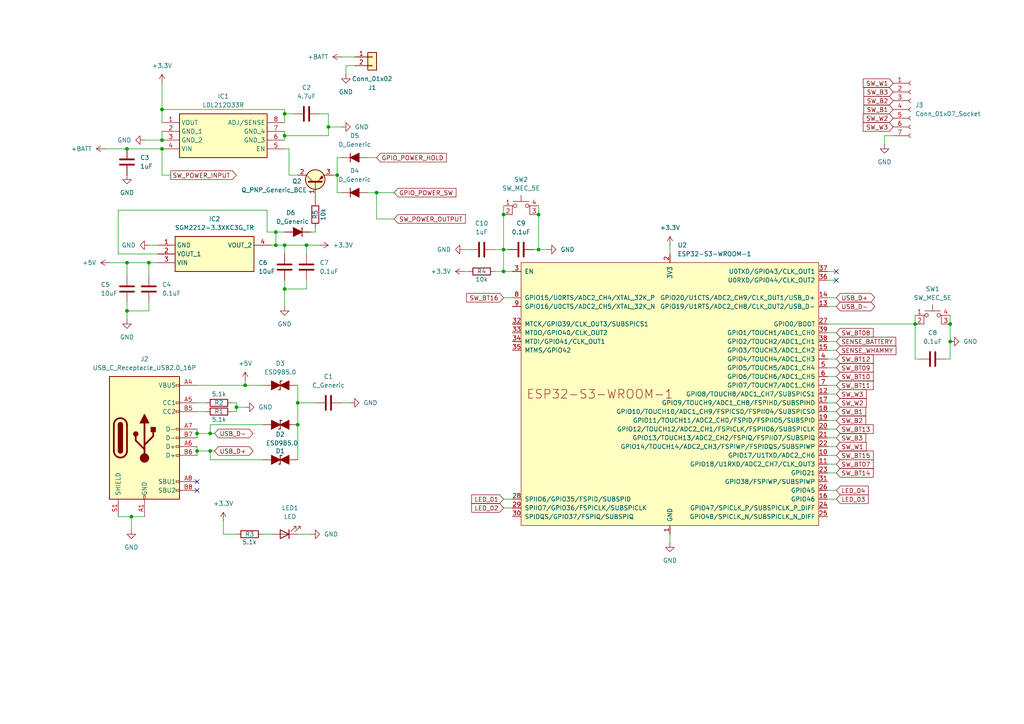
<source format=kicad_sch>
(kicad_sch (version 20231120) (generator "eeschema") (generator_version "8.0")
  (paper "A4")
  (lib_symbols
    (symbol "Battery_Management:LDL212D33R"
      (property "Reference" "IC" (at 31.75 7.62 0))
      (property "Value" "LDL212D33R" (at 31.75 5.08 0))
      (symbol "LDL212D33R_1_1"
        (rectangle (start 5.08 2.54) (end 30.48 -10.16) (stroke (width 0.254)) (fill (type background)))
        (pin passive line (at 0 0 0) (length 5.08) (name "VOUT") (number "1"))
        (pin passive line (at 0 -2.54 0) (length 5.08) (name "GND_1") (number "2"))
        (pin passive line (at 0 -5.08 0) (length 5.08) (name "GND_2") (number "3"))
        (pin passive line (at 0 -7.62 0) (length 5.08) (name "VIN") (number "4"))
        (pin passive line (at 35.56 -7.62 180) (length 5.08) (name "EN") (number "5"))
        (pin passive line (at 35.56 -5.08 180) (length 5.08) (name "GND_3") (number "6"))
        (pin passive line (at 35.56 -2.54 180) (length 5.08) (name "GND_4") (number "7"))
        (pin passive line (at 35.56 0 180) (length 5.08) (name "ADJ/SENSE") (number "8"))
      )
    )
    (symbol "Connector:Conn_01x07_Socket" (pin_names (offset 1.016) hide)
      (property "Reference" "J" (at 0 10.16 0))
      (property "Value" "Conn_01x07_Socket" (at 0 -10.16 0))
      (symbol "Conn_01x07_Socket_1_1"
        (arc (start 0 -7.112) (mid -0.5058 -7.62) (end 0 -8.128) (stroke (width 0.1524)))
        (arc (start 0 -4.572) (mid -0.5058 -5.08) (end 0 -5.588) (stroke (width 0.1524)))
        (arc (start 0 -2.032) (mid -0.5058 -2.54) (end 0 -3.048) (stroke (width 0.1524)))
        (polyline (pts (xy -1.27 -7.62) (xy -0.508 -7.62)) (stroke (width 0.1524)))
        (polyline (pts (xy -1.27 -5.08) (xy -0.508 -5.08)) (stroke (width 0.1524)))
        (polyline (pts (xy -1.27 -2.54) (xy -0.508 -2.54)) (stroke (width 0.1524)))
        (polyline (pts (xy -1.27 0) (xy -0.508 0)) (stroke (width 0.1524)))
        (polyline (pts (xy -1.27 2.54) (xy -0.508 2.54)) (stroke (width 0.1524)))
        (polyline (pts (xy -1.27 5.08) (xy -0.508 5.08)) (stroke (width 0.1524)))
        (polyline (pts (xy -1.27 7.62) (xy -0.508 7.62)) (stroke (width 0.1524)))
        (arc (start 0 0.508) (mid -0.5058 0) (end 0 -0.508) (stroke (width 0.1524)))
        (arc (start 0 3.048) (mid -0.5058 2.54) (end 0 2.032) (stroke (width 0.1524)))
        (arc (start 0 5.588) (mid -0.5058 5.08) (end 0 4.572) (stroke (width 0.1524)))
        (arc (start 0 8.128) (mid -0.5058 7.62) (end 0 7.112) (stroke (width 0.1524)))
        (pin passive line (at -5.08 7.62 0) (length 3.81) (name "Pin_1") (number "1"))
        (pin passive line (at -5.08 5.08 0) (length 3.81) (name "Pin_2") (number "2"))
        (pin passive line (at -5.08 2.54 0) (length 3.81) (name "Pin_3") (number "3"))
        (pin passive line (at -5.08 0 0) (length 3.81) (name "Pin_4") (number "4"))
        (pin passive line (at -5.08 -2.54 0) (length 3.81) (name "Pin_5") (number "5"))
        (pin passive line (at -5.08 -5.08 0) (length 3.81) (name "Pin_6") (number "6"))
        (pin passive line (at -5.08 -7.62 0) (length 3.81) (name "Pin_7") (number "7"))
      )
    )
    (symbol "Connector:USB_C_Receptacle_USB2.0_16P" (pin_names (offset 1.016))
      (property "Reference" "J" (at 0 22.225 0))
      (property "Value" "USB_C_Receptacle_USB2.0_16P" (at 0 19.685 0))
      (symbol "USB_C_Receptacle_USB2.0_16P_0_0"
        (rectangle (start -0.254 -17.78) (end 0.254 -16.764))
        (rectangle (start 10.16 -14.986) (end 9.144 -15.494))
        (rectangle (start 10.16 -12.446) (end 9.144 -12.954))
        (rectangle (start 10.16 -4.826) (end 9.144 -5.334))
        (rectangle (start 10.16 -2.286) (end 9.144 -2.794))
        (rectangle (start 10.16 0.254) (end 9.144 -0.254))
        (rectangle (start 10.16 2.794) (end 9.144 2.286))
        (rectangle (start 10.16 7.874) (end 9.144 7.366))
        (rectangle (start 10.16 10.414) (end 9.144 9.906))
        (rectangle (start 10.16 15.494) (end 9.144 14.986))
      )
      (symbol "USB_C_Receptacle_USB2.0_16P_0_1"
        (rectangle (start -10.16 17.78) (end 10.16 -17.78) (stroke (width 0.254)) (fill (type background)))
        (arc (start -8.89 -3.81) (mid -6.985 -5.7067) (end -5.08 -3.81) (stroke (width 0.508)))
        (arc (start -7.62 -3.81) (mid -6.985 -4.4423) (end -6.35 -3.81) (stroke (width 0.254)))
        (arc (start -7.62 -3.81) (mid -6.985 -4.4423) (end -6.35 -3.81) (stroke (width 0.254)) (fill (type outline)))
        (rectangle (start -7.62 -3.81) (end -6.35 3.81) (stroke (width 0.254)) (fill (type outline)))
        (arc (start -6.35 3.81) (mid -6.985 4.4423) (end -7.62 3.81) (stroke (width 0.254)))
        (arc (start -6.35 3.81) (mid -6.985 4.4423) (end -7.62 3.81) (stroke (width 0.254)) (fill (type outline)))
        (arc (start -5.08 3.81) (mid -6.985 5.7067) (end -8.89 3.81) (stroke (width 0.508)))
        (circle (center -2.54 1.143) (radius 0.635) (stroke (width 0.254)) (fill (type outline)))
        (circle (center 0 -5.842) (radius 1.27) (fill (type outline)))
        (polyline (pts (xy -8.89 -3.81) (xy -8.89 3.81)) (stroke (width 0.508)))
        (polyline (pts (xy -5.08 3.81) (xy -5.08 -3.81)) (stroke (width 0.508)))
        (polyline (pts (xy 0 -5.842) (xy 0 4.318)) (stroke (width 0.508)))
        (polyline (pts (xy 0 -3.302) (xy -2.54 -0.762) (xy -2.54 0.508)) (stroke (width 0.508)))
        (polyline (pts (xy 0 -2.032) (xy 2.54 0.508) (xy 2.54 1.778)) (stroke (width 0.508)))
        (polyline (pts (xy -1.27 4.318) (xy 0 6.858) (xy 1.27 4.318) (xy -1.27 4.318)) (stroke (width 0.254)) (fill (type outline)))
        (rectangle (start 1.905 1.778) (end 3.175 3.048) (stroke (width 0.254)) (fill (type outline)))
      )
      (symbol "USB_C_Receptacle_USB2.0_16P_1_1"
        (pin passive line (at 0 -22.86 90) (length 5.08) (name "GND") (number "A1"))
        (pin passive line (at 0 -22.86 90) (length 5.08) hide (name "GND") (number "A12"))
        (pin passive line (at 15.24 15.24 180) (length 5.08) (name "VBUS") (number "A4"))
        (pin bidirectional line (at 15.24 10.16 180) (length 5.08) (name "CC1") (number "A5"))
        (pin bidirectional line (at 15.24 -2.54 180) (length 5.08) (name "D+") (number "A6"))
        (pin bidirectional line (at 15.24 2.54 180) (length 5.08) (name "D-") (number "A7"))
        (pin bidirectional line (at 15.24 -12.7 180) (length 5.08) (name "SBU1") (number "A8"))
        (pin passive line (at 15.24 15.24 180) (length 5.08) hide (name "VBUS") (number "A9"))
        (pin passive line (at 0 -22.86 90) (length 5.08) hide (name "GND") (number "B1"))
        (pin passive line (at 0 -22.86 90) (length 5.08) hide (name "GND") (number "B12"))
        (pin passive line (at 15.24 15.24 180) (length 5.08) hide (name "VBUS") (number "B4"))
        (pin bidirectional line (at 15.24 7.62 180) (length 5.08) (name "CC2") (number "B5"))
        (pin bidirectional line (at 15.24 -5.08 180) (length 5.08) (name "D+") (number "B6"))
        (pin bidirectional line (at 15.24 0 180) (length 5.08) (name "D-") (number "B7"))
        (pin bidirectional line (at 15.24 -15.24 180) (length 5.08) (name "SBU2") (number "B8"))
        (pin passive line (at 15.24 15.24 180) (length 5.08) hide (name "VBUS") (number "B9"))
        (pin passive line (at -7.62 -22.86 90) (length 5.08) (name "SHIELD") (number "S1"))
      )
    )
    (symbol "Connector_Generic:Conn_01x02" (pin_names (offset 1.016) hide)
      (property "Reference" "J" (at 0 2.54 0))
      (property "Value" "Conn_01x02" (at 0 -5.08 0))
      (symbol "Conn_01x02_1_1"
        (rectangle (start -1.27 -2.413) (end 0 -2.667) (stroke (width 0.1524)))
        (rectangle (start -1.27 0.127) (end 0 -0.127) (stroke (width 0.1524)))
        (rectangle (start -1.27 1.27) (end 1.27 -3.81) (stroke (width 0.254)) (fill (type background)))
        (pin passive line (at -5.08 0 0) (length 3.81) (name "Pin_1") (number "1"))
        (pin passive line (at -5.08 -2.54 0) (length 3.81) (name "Pin_2") (number "2"))
      )
    )
    (symbol "Device:LED" (pin_numbers hide) (pin_names (offset 1.016) hide)
      (property "Reference" "D" (at 0 2.54 0))
      (property "Value" "LED" (at 0 -2.54 0))
      (symbol "LED_0_1"
        (polyline (pts (xy -1.27 -1.27) (xy -1.27 1.27)) (stroke (width 0.254)))
        (polyline (pts (xy -1.27 0) (xy 1.27 0)))
        (polyline (pts (xy 1.27 -1.27) (xy 1.27 1.27) (xy -1.27 0) (xy 1.27 -1.27)) (stroke (width 0.254)))
        (polyline (pts (xy -3.048 -0.762) (xy -4.572 -2.286) (xy -3.81 -2.286) (xy -4.572 -2.286) (xy -4.572 -1.524)))
        (polyline (pts (xy -1.778 -0.762) (xy -3.302 -2.286) (xy -2.54 -2.286) (xy -3.302 -2.286) (xy -3.302 -1.524)))
      )
      (symbol "LED_1_1"
        (pin passive line (at -3.81 0 0) (length 2.54) (name "K") (number "1"))
        (pin passive line (at 3.81 0 180) (length 2.54) (name "A") (number "2"))
      )
    )
    (symbol "PCM_Capacitor_AKL:C_Generic" (pin_numbers hide) (pin_names (offset 0.254))
      (property "Reference" "C" (at 0.635 2.54 0))
      (property "Value" "C_Generic" (at 0.635 -2.54 0))
      (symbol "C_Generic_0_1"
        (polyline (pts (xy -2.032 -0.762) (xy 2.032 -0.762)) (stroke (width 0.508)))
        (polyline (pts (xy -2.032 0.762) (xy 2.032 0.762)) (stroke (width 0.508)))
      )
      (symbol "C_Generic_1_1"
        (pin passive line (at 0 3.81 270) (length 2.794) (name "~") (number "1"))
        (pin passive line (at 0 -3.81 90) (length 2.794) (name "~") (number "2"))
      )
    )
    (symbol "PCM_Diode_AKL:D_Generic" (pin_numbers hide) (pin_names (offset 1.016) hide)
      (property "Reference" "D" (at 0 5.08 0))
      (property "Value" "D_Generic" (at 0 2.54 0))
      (symbol "D_Generic_0_1"
        (polyline (pts (xy -1.27 0) (xy 1.27 0)))
        (polyline (pts (xy 1.27 1.27) (xy 1.27 -1.27)) (stroke (width 0.254)))
        (polyline (pts (xy -1.27 1.27) (xy -1.27 -1.27) (xy 1.27 0) (xy -1.27 1.27)) (stroke (width 0.254)) (fill (type outline)))
      )
      (symbol "D_Generic_1_1"
        (pin passive line (at 3.81 0 180) (length 2.54) (name "K") (number "1"))
        (pin passive line (at -3.81 0 0) (length 2.54) (name "A") (number "2"))
      )
    )
    (symbol "PCM_Diode_TVS_AKL:ESD9B5.0" (pin_numbers hide) (pin_names (offset 1.016) hide)
      (property "Reference" "D" (at 0 5.08 0))
      (property "Value" "ESD9B5.0" (at 0 2.54 0))
      (symbol "ESD9B5.0_0_1"
        (polyline (pts (xy 0 -1.27) (xy -0.508 -1.27)) (stroke (width 0.254)))
        (polyline (pts (xy 0 1.27) (xy 0 -1.27)) (stroke (width 0.254)))
        (polyline (pts (xy 0 1.27) (xy 0.508 1.27)) (stroke (width 0.254)))
        (polyline (pts (xy 1.27 0) (xy -1.27 0)))
        (polyline (pts (xy 0 0) (xy -2.54 1.27) (xy -2.54 -1.27) (xy 0 0)) (stroke (width 0.254)) (fill (type outline)))
        (polyline (pts (xy 2.54 1.27) (xy 2.54 -1.27) (xy 0 0) (xy 2.54 1.27)) (stroke (width 0.254)) (fill (type outline)))
      )
      (symbol "ESD9B5.0_1_1"
        (pin passive line (at -5.08 0 0) (length 2.54) (name "K") (number "1"))
        (pin passive line (at 5.08 0 180) (length 2.54) (name "A") (number "2"))
      )
    )
    (symbol "PCM_Espressif:ESP32-S3-WROOM-1" (pin_names (offset 1.016))
      (property "Reference" "U" (at -43.18 43.18 0))
      (property "Value" "ESP32-S3-WROOM-1" (at -43.18 40.64 0))
      (symbol "ESP32-S3-WROOM-1_0_0"
        (text "ESP32-S3-WROOM-1" (at -20.32 0 0) (effects (font (size 2.54 2.54))))
        (pin power_in line (at 0 -40.64 90) (length 2.54) (name "GND") (number "1"))
        (pin bidirectional line (at 45.72 -17.78 180) (length 2.54) (name "GPIO17/U1TXD/ADC2_CH6") (number "10"))
        (pin bidirectional line (at 45.72 -20.32 180) (length 2.54) (name "GPIO18/U1RXD/ADC2_CH7/CLK_OUT3") (number "11"))
        (pin bidirectional line (at 45.72 0 180) (length 2.54) (name "GPIO8/TOUCH8/ADC1_CH7/SUBSPICS1") (number "12"))
        (pin bidirectional line (at 45.72 25.4 180) (length 2.54) (name "GPIO19/U1RTS/ADC2_CH8/CLK_OUT2/USB_D-") (number "13"))
        (pin bidirectional line (at 45.72 27.94 180) (length 2.54) (name "GPIO20/U1CTS/ADC2_CH9/CLK_OUT1/USB_D+") (number "14"))
        (pin bidirectional line (at 45.72 12.7 180) (length 2.54) (name "GPIO3/TOUCH3/ADC1_CH2") (number "15"))
        (pin bidirectional line (at 45.72 -30.48 180) (length 2.54) (name "GPIO46") (number "16"))
        (pin bidirectional line (at 45.72 -2.54 180) (length 2.54) (name "GPIO9/TOUCH9/ADC1_CH8/FSPIHD/SUBSPIHD") (number "17"))
        (pin bidirectional line (at 45.72 -5.08 180) (length 2.54) (name "GPIO10/TOUCH10/ADC1_CH9/FSPICS0/FSPIIO4/SUBSPICS0") (number "18"))
        (pin bidirectional line (at 45.72 -7.62 180) (length 2.54) (name "GPIO11/TOUCH11/ADC2_CH0/FSPID/FSPIIO5/SUBSPID") (number "19"))
        (pin power_in line (at 0 40.64 270) (length 2.54) (name "3V3") (number "2"))
        (pin bidirectional line (at 45.72 -10.16 180) (length 2.54) (name "GPIO12/TOUCH12/ADC2_CH1/FSPICLK/FSPIIO6/SUBSPICLK") (number "20"))
        (pin bidirectional line (at 45.72 -12.7 180) (length 2.54) (name "GPIO13/TOUCH13/ADC2_CH2/FSPIQ/FSPIIO7/SUBSPIQ") (number "21"))
        (pin bidirectional line (at 45.72 -15.24 180) (length 2.54) (name "GPIO14/TOUCH14/ADC2_CH3/FSPIWP/FSPIDQS/SUBSPIWP") (number "22"))
        (pin bidirectional line (at 45.72 -22.86 180) (length 2.54) (name "GPIO21") (number "23"))
        (pin bidirectional line (at 45.72 -33.02 180) (length 2.54) (name "GPIO47/SPICLK_P/SUBSPICLK_P_DIFF") (number "24"))
        (pin bidirectional line (at 45.72 -35.56 180) (length 2.54) (name "GPIO48/SPICLK_N/SUBSPICLK_N_DIFF") (number "25"))
        (pin bidirectional line (at 45.72 -27.94 180) (length 2.54) (name "GPIO45") (number "26"))
        (pin bidirectional line (at 45.72 20.32 180) (length 2.54) (name "GPIO0/BOOT") (number "27"))
        (pin bidirectional line (at -45.72 -30.48 0) (length 2.54) (name "SPIIO6/GPIO35/FSPID/SUBSPID") (number "28"))
        (pin bidirectional line (at -45.72 -33.02 0) (length 2.54) (name "SPIIO7/GPIO36/FSPICLK/SUBSPICLK") (number "29"))
        (pin input line (at -45.72 35.56 0) (length 2.54) (name "EN") (number "3"))
        (pin bidirectional line (at -45.72 -35.56 0) (length 2.54) (name "SPIDQS/GPIO37/FSPIQ/SUBSPIQ") (number "30"))
        (pin bidirectional line (at 45.72 -25.4 180) (length 2.54) (name "GPIO38/FSPIWP/SUBSPIWP") (number "31"))
        (pin bidirectional line (at -45.72 20.32 0) (length 2.54) (name "MTCK/GPIO39/CLK_OUT3/SUBSPICS1") (number "32"))
        (pin bidirectional line (at -45.72 17.78 0) (length 2.54) (name "MTDO/GPIO40/CLK_OUT2") (number "33"))
        (pin bidirectional line (at -45.72 15.24 0) (length 2.54) (name "MTDI/GPIO41/CLK_OUT1") (number "34"))
        (pin bidirectional line (at -45.72 12.7 0) (length 2.54) (name "MTMS/GPIO42") (number "35"))
        (pin bidirectional line (at 45.72 33.02 180) (length 2.54) (name "U0RXD/GPIO44/CLK_OUT2") (number "36"))
        (pin bidirectional line (at 45.72 35.56 180) (length 2.54) (name "U0TXD/GPIO43/CLK_OUT1") (number "37"))
        (pin bidirectional line (at 45.72 15.24 180) (length 2.54) (name "GPIO2/TOUCH2/ADC1_CH1") (number "38"))
        (pin bidirectional line (at 45.72 17.78 180) (length 2.54) (name "GPIO1/TOUCH1/ADC1_CH0") (number "39"))
        (pin bidirectional line (at 45.72 10.16 180) (length 2.54) (name "GPIO4/TOUCH4/ADC1_CH3") (number "4"))
        (pin passive line (at 0 -40.64 90) (length 2.54) hide (name "GND") (number "40"))
        (pin passive line (at 0 -40.64 90) (length 2.54) hide (name "GND") (number "41"))
        (pin bidirectional line (at 45.72 7.62 180) (length 2.54) (name "GPIO5/TOUCH5/ADC1_CH4") (number "5"))
        (pin bidirectional line (at 45.72 5.08 180) (length 2.54) (name "GPIO6/TOUCH6/ADC1_CH5") (number "6"))
        (pin bidirectional line (at 45.72 2.54 180) (length 2.54) (name "GPIO7/TOUCH7/ADC1_CH6") (number "7"))
        (pin bidirectional line (at -45.72 27.94 0) (length 2.54) (name "GPIO15/U0RTS/ADC2_CH4/XTAL_32K_P") (number "8"))
        (pin bidirectional line (at -45.72 25.4 0) (length 2.54) (name "GPIO16/U0CTS/ADC2_CH5/XTAL_32K_N") (number "9"))
      )
      (symbol "ESP32-S3-WROOM-1_0_1"
        (rectangle (start -43.18 38.1) (end 43.18 -38.1) (fill (type background)))
      )
    )
    (symbol "PCM_Resistor_AKL:R_Generic" (pin_numbers hide) (pin_names (offset 0))
      (property "Reference" "R" (at 2.54 1.27 0))
      (property "Value" "R_Generic" (at 2.54 -1.27 0))
      (symbol "R_Generic_0_1"
        (rectangle (start -1.016 -2.54) (end 1.016 2.54) (stroke (width 0.254)))
      )
      (symbol "R_Generic_1_1"
        (pin passive line (at 0 3.81 270) (length 1.27) (name "~") (number "1"))
        (pin passive line (at 0 -3.81 90) (length 1.27) (name "~") (number "2"))
      )
    )
    (symbol "PCM_Transistor_BJT_AKL:Q_PNP_Generic_BCE" (pin_names hide)
      (property "Reference" "Q" (at 5.08 1.27 0))
      (property "Value" "Q_PNP_Generic_BCE" (at 5.08 -1.27 0))
      (symbol "Q_PNP_Generic_BCE_0_1"
        (polyline (pts (xy 0.635 -0.635) (xy 2.54 -2.54)))
        (polyline (pts (xy 0.635 -1.905) (xy 0.635 1.905) (xy 0.635 1.905)) (stroke (width 0.508)))
        (polyline (pts (xy 0.635 0.635) (xy 2.54 2.54) (xy 2.54 2.54)))
        (polyline (pts (xy 2.286 1.778) (xy 1.778 2.286) (xy 1.27 1.27) (xy 2.286 1.778) (xy 2.286 1.778)) (fill (type outline)))
        (circle (center 1.27 0) (radius 2.8194) (stroke (width 0.254)) (fill (type background)))
      )
      (symbol "Q_PNP_Generic_BCE_1_1"
        (pin input line (at -5.08 0 0) (length 5.715) (name "B") (number "1"))
        (pin passive line (at 2.54 -5.08 90) (length 2.54) (name "C") (number "2"))
        (pin passive line (at 2.54 5.08 270) (length 2.54) (name "E") (number "3"))
      )
    )
    (symbol "SGM2212-3_3XKC3G_TR:SGM2212-3.3XKC3G_TR"
      (property "Reference" "IC" (at 29.21 7.62 0))
      (property "Value" "SGM2212-3.3XKC3G_TR" (at 29.21 5.08 0))
      (symbol "SGM2212-3.3XKC3G_TR_1_1"
        (rectangle (start 5.08 2.54) (end 27.94 -7.62) (stroke (width 0.254)) (fill (type background)))
        (pin passive line (at 0 0 0) (length 5.08) (name "GND") (number "1"))
        (pin passive line (at 0 -2.54 0) (length 5.08) (name "VOUT_1") (number "2"))
        (pin passive line (at 0 -5.08 0) (length 5.08) (name "VIN") (number "3"))
        (pin passive line (at 33.02 0 180) (length 5.08) (name "VOUT_2") (number "4"))
      )
    )
    (symbol "Switch:SW_MEC_5E" (pin_names (offset 1.016) hide)
      (property "Reference" "SW" (at 0.635 5.715 0))
      (property "Value" "SW_MEC_5E" (at 0 -3.175 0))
      (symbol "SW_MEC_5E_0_1"
        (circle (center -1.778 2.54) (radius 0.508))
        (polyline (pts (xy -2.286 3.81) (xy 2.286 3.81)))
        (polyline (pts (xy 0 3.81) (xy 0 5.588)))
        (polyline (pts (xy -2.54 0) (xy -2.54 2.54) (xy -2.286 2.54)))
        (polyline (pts (xy 2.54 0) (xy 2.54 2.54) (xy 2.286 2.54)))
        (circle (center 1.778 2.54) (radius 0.508))
        (pin passive line (at -5.08 2.54 0) (length 2.54) (name "1") (number "1"))
        (pin passive line (at -5.08 0 0) (length 2.54) (name "2") (number "2"))
        (pin passive line (at 5.08 0 180) (length 2.54) (name "K") (number "3"))
        (pin passive line (at 5.08 2.54 180) (length 2.54) (name "A") (number "4"))
      )
    )
    (symbol "power:+3.3V" (power) (pin_numbers hide) (pin_names (offset 0) hide)
      (property "Value" "+3.3V" (at 0 3.556 0))
      (symbol "+3.3V_0_1"
        (polyline (pts (xy -0.762 1.27) (xy 0 2.54)))
        (polyline (pts (xy 0 0) (xy 0 2.54)))
        (polyline (pts (xy 0 2.54) (xy 0.762 1.27)))
      )
      (symbol "+3.3V_1_1"
        (pin power_in line (at 0 0 90) (length 0) (name "~") (number "1"))
      )
    )
    (symbol "power:+5V" (power) (pin_numbers hide) (pin_names (offset 0) hide)
      (property "Value" "+5V" (at 0 3.556 0))
      (symbol "+5V_0_1"
        (polyline (pts (xy -0.762 1.27) (xy 0 2.54)))
        (polyline (pts (xy 0 0) (xy 0 2.54)))
        (polyline (pts (xy 0 2.54) (xy 0.762 1.27)))
      )
      (symbol "+5V_1_1"
        (pin power_in line (at 0 0 90) (length 0) (name "~") (number "1"))
      )
    )
    (symbol "power:+BATT" (power) (pin_numbers hide) (pin_names (offset 0) hide)
      (property "Value" "+BATT" (at 0 3.556 0))
      (symbol "+BATT_0_1"
        (polyline (pts (xy -0.762 1.27) (xy 0 2.54)))
        (polyline (pts (xy 0 0) (xy 0 2.54)))
        (polyline (pts (xy 0 2.54) (xy 0.762 1.27)))
      )
      (symbol "+BATT_1_1"
        (pin power_in line (at 0 0 90) (length 0) (name "~") (number "1"))
      )
    )
    (symbol "power:GND" (power) (pin_numbers hide) (pin_names (offset 0) hide)
      (property "Value" "GND" (at 0 -3.81 0))
      (symbol "GND_0_1"
        (polyline (pts (xy 0 0) (xy 0 -1.27) (xy 1.27 -1.27) (xy 0 -2.54) (xy -1.27 -1.27) (xy 0 -1.27)))
      )
      (symbol "GND_1_1"
        (pin power_in line (at 0 0 270) (length 0) (name "~") (number "1"))
      )
    )
  )
  (junction (at 156.21 62.23))
  (junction (at 82.55 71.12))
  (junction (at 82.55 39.37))
  (junction (at 146.05 72.39))
  (junction (at 109.22 55.88))
  (junction (at 38.1 149.86))
  (junction (at 86.36 123.19))
  (junction (at 95.25 36.83))
  (junction (at 146.05 78.74))
  (junction (at 97.79 50.8))
  (junction (at 36.83 43.18))
  (junction (at 265.43 93.98))
  (junction (at 68.58 118.11))
  (junction (at 156.21 72.39))
  (junction (at 43.18 76.2))
  (junction (at 88.9 71.12))
  (junction (at 36.83 76.2))
  (junction (at 82.55 83.82))
  (junction (at 46.99 43.18))
  (junction (at 46.99 40.64))
  (junction (at 36.83 90.17))
  (junction (at 82.55 33.02))
  (junction (at 57.15 125.73))
  (junction (at 71.12 111.76))
  (junction (at 60.96 130.81))
  (junction (at 60.96 125.73))
  (junction (at 146.05 62.23))
  (junction (at 275.59 99.06))
  (junction (at 80.01 71.12))
  (junction (at 86.36 116.84))
  (junction (at 57.15 130.81))
  (junction (at 80.01 67.31))
  (junction (at 46.99 31.75))
  (junction (at 275.59 93.98))
  (no_connect (at 57.15 139.7))
  (no_connect (at 242.57 81.28))
  (no_connect (at 57.15 142.24))
  (no_connect (at 242.57 78.74))
  (wire (pts (xy 88.9 83.82) (xy 88.9 81.28)))
  (wire (pts (xy 57.15 125.73) (xy 60.96 125.73)))
  (wire (pts (xy 38.1 149.86) (xy 41.91 149.86)))
  (wire (pts (xy 95.25 33.02) (xy 92.71 33.02)))
  (wire (pts (xy 86.36 123.19) (xy 86.36 133.35)))
  (wire (pts (xy 156.21 72.39) (xy 158.75 72.39)))
  (wire (pts (xy 83.82 43.18) (xy 82.55 43.18)))
  (wire (pts (xy 82.55 67.31) (xy 80.01 67.31)))
  (wire (pts (xy 46.99 31.75) (xy 82.55 31.75)))
  (wire (pts (xy 106.68 55.88) (xy 109.22 55.88)))
  (wire (pts (xy 240.03 101.6) (xy 242.57 101.6)))
  (wire (pts (xy 86.36 154.94) (xy 90.17 154.94)))
  (wire (pts (xy 82.55 39.37) (xy 82.55 40.64)))
  (wire (pts (xy 68.58 116.84) (xy 68.58 118.11)))
  (wire (pts (xy 274.32 104.14) (xy 275.59 104.14)))
  (wire (pts (xy 143.51 78.74) (xy 146.05 78.74)))
  (wire (pts (xy 41.91 40.64) (xy 46.99 40.64)))
  (wire (pts (xy 240.03 134.62) (xy 242.57 134.62)))
  (wire (pts (xy 68.58 119.38) (xy 67.31 119.38)))
  (wire (pts (xy 86.36 116.84) (xy 86.36 123.19)))
  (wire (pts (xy 95.25 36.83) (xy 95.25 39.37)))
  (wire (pts (xy 36.83 90.17) (xy 43.18 90.17)))
  (wire (pts (xy 82.55 38.1) (xy 82.55 39.37)))
  (wire (pts (xy 82.55 35.56) (xy 82.55 33.02)))
  (wire (pts (xy 31.75 76.2) (xy 36.83 76.2)))
  (wire (pts (xy 240.03 124.46) (xy 242.57 124.46)))
  (wire (pts (xy 57.15 129.54) (xy 57.15 130.81)))
  (wire (pts (xy 91.44 67.31) (xy 91.44 66.04)))
  (wire (pts (xy 80.01 67.31) (xy 80.01 71.12)))
  (wire (pts (xy 240.03 129.54) (xy 242.57 129.54)))
  (wire (pts (xy 240.03 119.38) (xy 242.57 119.38)))
  (wire (pts (xy 135.89 72.39) (xy 134.62 72.39)))
  (wire (pts (xy 97.79 55.88) (xy 97.79 50.8)))
  (wire (pts (xy 64.77 154.94) (xy 64.77 151.13)))
  (wire (pts (xy 147.32 72.39) (xy 146.05 72.39)))
  (wire (pts (xy 96.52 50.8) (xy 97.79 50.8)))
  (wire (pts (xy 240.03 81.28) (xy 242.57 81.28)))
  (wire (pts (xy 34.29 73.66) (xy 34.29 60.96)))
  (wire (pts (xy 240.03 127) (xy 242.57 127)))
  (wire (pts (xy 265.43 91.44) (xy 265.43 93.98)))
  (wire (pts (xy 85.09 33.02) (xy 82.55 33.02)))
  (wire (pts (xy 83.82 50.8) (xy 86.36 50.8)))
  (wire (pts (xy 240.03 132.08) (xy 242.57 132.08)))
  (wire (pts (xy 80.01 71.12) (xy 82.55 71.12)))
  (wire (pts (xy 46.99 31.75) (xy 46.99 35.56)))
  (wire (pts (xy 95.25 36.83) (xy 99.06 36.83)))
  (wire (pts (xy 240.03 96.52) (xy 242.57 96.52)))
  (wire (pts (xy 57.15 124.46) (xy 57.15 125.73)))
  (wire (pts (xy 256.54 39.37) (xy 259.08 39.37)))
  (wire (pts (xy 256.54 41.91) (xy 256.54 39.37)))
  (wire (pts (xy 68.58 118.11) (xy 71.12 118.11)))
  (wire (pts (xy 36.83 80.01) (xy 36.83 76.2)))
  (wire (pts (xy 265.43 93.98) (xy 266.7 93.98)))
  (wire (pts (xy 34.29 73.66) (xy 45.72 73.66)))
  (wire (pts (xy 240.03 86.36) (xy 242.57 86.36)))
  (wire (pts (xy 78.74 71.12) (xy 80.01 71.12)))
  (wire (pts (xy 194.31 154.94) (xy 194.31 157.48)))
  (wire (pts (xy 36.83 87.63) (xy 36.83 90.17)))
  (wire (pts (xy 34.29 149.86) (xy 38.1 149.86)))
  (wire (pts (xy 68.58 118.11) (xy 68.58 119.38)))
  (wire (pts (xy 146.05 72.39) (xy 146.05 62.23)))
  (wire (pts (xy 38.1 153.67) (xy 38.1 149.86)))
  (wire (pts (xy 240.03 144.78) (xy 242.57 144.78)))
  (wire (pts (xy 156.21 59.69) (xy 156.21 62.23)))
  (wire (pts (xy 57.15 130.81) (xy 60.96 130.81)))
  (wire (pts (xy 36.83 43.18) (xy 46.99 43.18)))
  (wire (pts (xy 97.79 45.72) (xy 97.79 50.8)))
  (wire (pts (xy 71.12 111.76) (xy 57.15 111.76)))
  (wire (pts (xy 57.15 132.08) (xy 57.15 130.81)))
  (wire (pts (xy 46.99 50.8) (xy 49.53 50.8)))
  (wire (pts (xy 240.03 99.06) (xy 242.57 99.06)))
  (wire (pts (xy 43.18 71.12) (xy 45.72 71.12)))
  (wire (pts (xy 60.96 133.35) (xy 76.2 133.35)))
  (wire (pts (xy 146.05 144.78) (xy 148.59 144.78)))
  (wire (pts (xy 82.55 83.82) (xy 82.55 88.9)))
  (wire (pts (xy 135.89 78.74) (xy 134.62 78.74)))
  (wire (pts (xy 95.25 33.02) (xy 95.25 36.83)))
  (wire (pts (xy 60.96 125.73) (xy 62.23 125.73)))
  (wire (pts (xy 82.55 83.82) (xy 88.9 83.82)))
  (wire (pts (xy 71.12 110.49) (xy 71.12 111.76)))
  (wire (pts (xy 146.05 72.39) (xy 146.05 78.74)))
  (wire (pts (xy 275.59 99.06) (xy 275.59 93.98)))
  (wire (pts (xy 36.83 76.2) (xy 43.18 76.2)))
  (wire (pts (xy 240.03 88.9) (xy 242.57 88.9)))
  (wire (pts (xy 143.51 72.39) (xy 146.05 72.39)))
  (wire (pts (xy 90.17 67.31) (xy 91.44 67.31)))
  (wire (pts (xy 275.59 91.44) (xy 275.59 93.98)))
  (wire (pts (xy 240.03 104.14) (xy 242.57 104.14)))
  (wire (pts (xy 68.58 116.84) (xy 67.31 116.84)))
  (wire (pts (xy 77.47 60.96) (xy 77.47 67.31)))
  (wire (pts (xy 240.03 78.74) (xy 242.57 78.74)))
  (wire (pts (xy 46.99 24.13) (xy 46.99 31.75)))
  (wire (pts (xy 266.7 104.14) (xy 265.43 104.14)))
  (wire (pts (xy 36.83 92.71) (xy 36.83 90.17)))
  (wire (pts (xy 240.03 106.68) (xy 242.57 106.68)))
  (wire (pts (xy 68.58 154.94) (xy 64.77 154.94)))
  (wire (pts (xy 60.96 130.81) (xy 60.96 133.35)))
  (wire (pts (xy 46.99 43.18) (xy 46.99 50.8)))
  (wire (pts (xy 46.99 38.1) (xy 46.99 40.64)))
  (wire (pts (xy 100.33 21.59) (xy 100.33 19.05)))
  (wire (pts (xy 114.3 63.5) (xy 109.22 63.5)))
  (wire (pts (xy 43.18 90.17) (xy 43.18 87.63)))
  (wire (pts (xy 82.55 71.12) (xy 88.9 71.12)))
  (wire (pts (xy 97.79 45.72) (xy 99.06 45.72)))
  (wire (pts (xy 240.03 111.76) (xy 242.57 111.76)))
  (wire (pts (xy 240.03 137.16) (xy 242.57 137.16)))
  (wire (pts (xy 240.03 121.92) (xy 242.57 121.92)))
  (wire (pts (xy 100.33 19.05) (xy 102.87 19.05)))
  (wire (pts (xy 99.06 55.88) (xy 97.79 55.88)))
  (wire (pts (xy 240.03 114.3) (xy 242.57 114.3)))
  (wire (pts (xy 265.43 104.14) (xy 265.43 93.98)))
  (wire (pts (xy 101.6 116.84) (xy 99.06 116.84)))
  (wire (pts (xy 240.03 142.24) (xy 242.57 142.24)))
  (wire (pts (xy 275.59 104.14) (xy 275.59 99.06)))
  (wire (pts (xy 146.05 62.23) (xy 147.32 62.23)))
  (wire (pts (xy 109.22 55.88) (xy 109.22 63.5)))
  (wire (pts (xy 43.18 76.2) (xy 43.18 80.01)))
  (wire (pts (xy 82.55 33.02) (xy 82.55 31.75)))
  (wire (pts (xy 240.03 109.22) (xy 242.57 109.22)))
  (wire (pts (xy 154.94 72.39) (xy 156.21 72.39)))
  (wire (pts (xy 76.2 154.94) (xy 78.74 154.94)))
  (wire (pts (xy 240.03 116.84) (xy 242.57 116.84)))
  (wire (pts (xy 59.69 119.38) (xy 57.15 119.38)))
  (wire (pts (xy 57.15 125.73) (xy 57.15 127)))
  (wire (pts (xy 60.96 123.19) (xy 76.2 123.19)))
  (wire (pts (xy 86.36 116.84) (xy 91.44 116.84)))
  (wire (pts (xy 109.22 55.88) (xy 114.3 55.88)))
  (wire (pts (xy 86.36 111.76) (xy 86.36 116.84)))
  (wire (pts (xy 30.48 43.18) (xy 36.83 43.18)))
  (wire (pts (xy 146.05 86.36) (xy 148.59 86.36)))
  (wire (pts (xy 43.18 76.2) (xy 45.72 76.2)))
  (wire (pts (xy 82.55 71.12) (xy 82.55 73.66)))
  (wire (pts (xy 82.55 81.28) (xy 82.55 83.82)))
  (wire (pts (xy 82.55 39.37) (xy 95.25 39.37)))
  (wire (pts (xy 88.9 71.12) (xy 92.71 71.12)))
  (wire (pts (xy 83.82 50.8) (xy 83.82 43.18)))
  (wire (pts (xy 146.05 147.32) (xy 148.59 147.32)))
  (wire (pts (xy 194.31 71.12) (xy 194.31 73.66)))
  (wire (pts (xy 60.96 130.81) (xy 62.23 130.81)))
  (wire (pts (xy 60.96 123.19) (xy 60.96 125.73)))
  (wire (pts (xy 240.03 93.98) (xy 265.43 93.98)))
  (wire (pts (xy 102.87 16.51) (xy 99.06 16.51)))
  (wire (pts (xy 146.05 78.74) (xy 148.59 78.74)))
  (wire (pts (xy 34.29 60.96) (xy 77.47 60.96)))
  (wire (pts (xy 57.15 116.84) (xy 59.69 116.84)))
  (wire (pts (xy 106.68 45.72) (xy 109.22 45.72)))
  (wire (pts (xy 76.2 111.76) (xy 71.12 111.76)))
  (wire (pts (xy 80.01 67.31) (xy 77.47 67.31)))
  (wire (pts (xy 88.9 71.12) (xy 88.9 73.66)))
  (wire (pts (xy 146.05 59.69) (xy 146.05 62.23)))
  (wire (pts (xy 156.21 62.23) (xy 156.21 72.39)))
  (global_label "USB_D-" (shape bidirectional) (at 242.57 88.9 0) (property "Intersheetrefs" "${INTERSHEET_REFS}" (effects (hide yes))))
  (global_label "SW_B1" (shape input) (at 242.57 119.38 0) (property "Intersheetrefs" "${INTERSHEET_REFS}" (effects (hide yes))))
  (global_label "LED_02" (shape input) (at 146.05 147.32 180) (property "Intersheetrefs" "${INTERSHEET_REFS}" (effects (hide yes))))
  (global_label "SW_BT14" (shape input) (at 242.57 137.16 0) (property "Intersheetrefs" "${INTERSHEET_REFS}" (effects (hide yes))))
  (global_label "SW_W2" (shape input) (at 259.08 34.29 180) (property "Intersheetrefs" "${INTERSHEET_REFS}" (effects (hide yes))))
  (global_label "SW_BT09" (shape input) (at 242.57 106.68 0) (property "Intersheetrefs" "${INTERSHEET_REFS}" (effects (hide yes))))
  (global_label "SW_BT15" (shape input) (at 242.57 132.08 0) (property "Intersheetrefs" "${INTERSHEET_REFS}" (effects (hide yes))))
  (global_label "SW_B1" (shape input) (at 259.08 31.75 180) (property "Intersheetrefs" "${INTERSHEET_REFS}" (effects (hide yes))))
  (global_label "SW_B3" (shape input) (at 259.08 26.67 180) (property "Intersheetrefs" "${INTERSHEET_REFS}" (effects (hide yes))))
  (global_label "SW_POWER_OUTPUT" (shape input) (at 114.3 63.5 0) (property "Intersheetrefs" "${INTERSHEET_REFS}" (effects (hide yes))))
  (global_label "SW_W2" (shape input) (at 242.57 116.84 0) (property "Intersheetrefs" "${INTERSHEET_REFS}" (effects (hide yes))))
  (global_label "GPIO_POWER_SW" (shape input) (at 114.3 55.88 0) (property "Intersheetrefs" "${INTERSHEET_REFS}" (effects (hide yes))))
  (global_label "LED_03" (shape input) (at 242.57 144.78 0) (property "Intersheetrefs" "${INTERSHEET_REFS}" (effects (hide yes))))
  (global_label "SENSE_WHAMMY" (shape input) (at 242.57 101.6 0) (property "Intersheetrefs" "${INTERSHEET_REFS}" (effects (hide yes))))
  (global_label "LED_04" (shape input) (at 242.57 142.24 0) (property "Intersheetrefs" "${INTERSHEET_REFS}" (effects (hide yes))))
  (global_label "SW_BT08" (shape input) (at 242.57 96.52 0) (property "Intersheetrefs" "${INTERSHEET_REFS}" (effects (hide yes))))
  (global_label "SW_BT13" (shape input) (at 242.57 124.46 0) (property "Intersheetrefs" "${INTERSHEET_REFS}" (effects (hide yes))))
  (global_label "SW_BT11" (shape input) (at 242.57 111.76 0) (property "Intersheetrefs" "${INTERSHEET_REFS}" (effects (hide yes))))
  (global_label "SW_BT16" (shape input) (at 146.05 86.36 180) (property "Intersheetrefs" "${INTERSHEET_REFS}" (effects (hide yes))))
  (global_label "LED_01" (shape input) (at 146.05 144.78 180) (property "Intersheetrefs" "${INTERSHEET_REFS}" (effects (hide yes))))
  (global_label "USB_D+" (shape bidirectional) (at 62.23 130.81 0) (property "Intersheetrefs" "${INTERSHEET_REFS}" (effects (hide yes))))
  (global_label "SW_W3" (shape input) (at 242.57 114.3 0) (property "Intersheetrefs" "${INTERSHEET_REFS}" (effects (hide yes))))
  (global_label "SW_W3" (shape input) (at 259.08 36.83 180) (property "Intersheetrefs" "${INTERSHEET_REFS}" (effects (hide yes))))
  (global_label "SW_BT07" (shape input) (at 242.57 134.62 0) (property "Intersheetrefs" "${INTERSHEET_REFS}" (effects (hide yes))))
  (global_label "SW_B3" (shape input) (at 242.57 127 0) (property "Intersheetrefs" "${INTERSHEET_REFS}" (effects (hide yes))))
  (global_label "SW_B2" (shape input) (at 259.08 29.21 180) (property "Intersheetrefs" "${INTERSHEET_REFS}" (effects (hide yes))))
  (global_label "USB_D+" (shape bidirectional) (at 242.57 86.36 0) (property "Intersheetrefs" "${INTERSHEET_REFS}" (effects (hide yes))))
  (global_label "SW_BT10" (shape input) (at 242.57 109.22 0) (property "Intersheetrefs" "${INTERSHEET_REFS}" (effects (hide yes))))
  (global_label "USB_D-" (shape bidirectional) (at 62.23 125.73 0) (property "Intersheetrefs" "${INTERSHEET_REFS}" (effects (hide yes))))
  (global_label "SW_W1" (shape input) (at 242.57 129.54 0) (property "Intersheetrefs" "${INTERSHEET_REFS}" (effects (hide yes))))
  (global_label "SW_B2" (shape input) (at 242.57 121.92 0) (property "Intersheetrefs" "${INTERSHEET_REFS}" (effects (hide yes))))
  (global_label "SW_BT12" (shape input) (at 242.57 104.14 0) (property "Intersheetrefs" "${INTERSHEET_REFS}" (effects (hide yes))))
  (global_label "SW_POWER_INPUT" (shape output) (at 49.53 50.8 0) (property "Intersheetrefs" "${INTERSHEET_REFS}" (effects (hide yes))))
  (global_label "SW_W1" (shape input) (at 259.08 24.13 180) (property "Intersheetrefs" "${INTERSHEET_REFS}" (effects (hide yes))))
  (global_label "GPIO_POWER_HOLD" (shape input) (at 109.22 45.72 0) (property "Intersheetrefs" "${INTERSHEET_REFS}" (effects (hide yes))))
  (global_label "SENSE_BATTERY" (shape input) (at 242.57 99.06 0) (property "Intersheetrefs" "${INTERSHEET_REFS}" (effects (hide yes))))
  (symbol (lib_id "Battery_Management:LDL212D33R") (at 46.99 35.56 0) (unit 1)
    (property "Reference" "IC1" (at 64.77 27.94 0))
    (property "Value" "LDL212D33R" (at 64.77 30.48 0))
    (property "Datasheet" "https://componentsearchengine.com/Datasheets/1/LDL212D33R.pdf" (effects (hide yes)))
    (property "Description" "LDO Voltage Regulators POWER MANAGEMENT High PSRR, low drop linear regulator IC" (effects (hide yes)))
    (property "Height" "1.75" (effects (hide yes)))
    (property "Mouser Part Number" "511-LDL212D33R" (effects (hide yes)))
    (property "Mouser Price/Stock" "https://www.mouser.co.uk/ProductDetail/STMicroelectronics/LDL212D33R?qs=5aG0NVq1C4xzFK6t28Ai5w%3D%3D" (effects (hide yes)))
    (property "Manufacturer_Name" "STMicroelectronics" (effects (hide yes)))
    (property "Manufacturer_Part_Number" "LDL212D33R" (effects (hide yes)))
  )
  (symbol (lib_id "PCM_Diode_TVS_AKL:ESD9B5.0") (at 81.28 133.35 180) (unit 1)
    (property "Reference" "D2" (at 81.28 125.984 0))
    (property "Value" "ESD9B5.0" (effects (hide yes)))
    (property "Datasheet" "https://www.tme.eu/Document/0fb79d9ad86508c0efdad25a1197dda3/ESD9B5.0ST5G.PDF" (effects (hide yes)))
    (property "Description" "SOD-923 Bidirectional TVS Diode, 5V, Alternate KiCAD Library" (effects (hide yes)))
  )
  (symbol (lib_id "PCM_Resistor_AKL:R_Generic") (at 139.7 78.74 270) (unit 1)
    (property "Reference" "R4" (at 139.7 78.74 90))
    (property "Value" "10k" (at 139.7 81.026 90))
    (property "Description" "Resistor, Generic European Symbol, Alternate KiCad Library" (effects (hide yes)))
  )
  (symbol (lib_id "power:GND") (at 100.33 21.59 0) (unit 1)
    (property "Reference" "#PWR06" (effects (hide yes)))
    (property "Value" "GND" (at 100.33 26.67 0))
    (property "Description" "Power symbol creates a global label with name \"GND\" , ground" (effects (hide yes)))
  )
  (symbol (lib_id "power:GND") (at 256.54 41.91 0) (unit 1)
    (property "Reference" "#PWR026" (effects (hide yes)))
    (property "Value" "GND" (at 256.54 46.99 0))
    (property "Description" "Power symbol creates a global label with name \"GND\" , ground" (effects (hide yes)))
  )
  (symbol (lib_id "PCM_Diode_TVS_AKL:ESD9B5.0") (at 81.28 111.76 180) (unit 1)
    (property "Reference" "D3" (at 81.28 105.41 0))
    (property "Value" "ESD9B5.0" (at 81.28 107.95 0))
    (property "Datasheet" "https://www.tme.eu/Document/0fb79d9ad86508c0efdad25a1197dda3/ESD9B5.0ST5G.PDF" (effects (hide yes)))
    (property "Description" "SOD-923 Bidirectional TVS Diode, 5V, Alternate KiCAD Library" (effects (hide yes)))
  )
  (symbol (lib_id "power:+3.3V") (at 46.99 24.13 0) (unit 1)
    (property "Reference" "#PWR08" (effects (hide yes)))
    (property "Value" "+3.3V" (at 46.99 19.05 0))
    (property "Description" "Power symbol creates a global label with name \"+3.3V\"" (effects (hide yes)))
  )
  (symbol (lib_id "power:GND") (at 134.62 72.39 270) (unit 1)
    (property "Reference" "#PWR024" (effects (hide yes)))
    (property "Value" "GND" (at 130.81 72.3899 90) (effects (justify right)))
    (property "Description" "Power symbol creates a global label with name \"GND\" , ground" (effects (hide yes)))
  )
  (symbol (lib_id "PCM_Capacitor_AKL:C_Generic") (at 95.25 116.84 90) (unit 1)
    (property "Reference" "C1" (at 95.25 109.22 90))
    (property "Value" "C_Generic" (at 95.25 111.76 90))
    (property "Description" "Unpolarized capacitor, Generic Symbol, Alternate KiCad Library" (effects (hide yes)))
  )
  (symbol (lib_id "PCM_Capacitor_AKL:C_Generic") (at 36.83 46.99 0) (unit 1)
    (property "Reference" "C3" (at 40.64 45.7199 0) (effects (justify left)))
    (property "Value" "1uF" (at 40.64 48.2599 0) (effects (justify left)))
    (property "Description" "Unpolarized capacitor, Generic Symbol, Alternate KiCad Library" (effects (hide yes)))
  )
  (symbol (lib_id "PCM_Capacitor_AKL:C_Generic") (at 270.51 104.14 90) (unit 1)
    (property "Reference" "C8" (at 270.51 96.52 90))
    (property "Value" "0.1uF" (at 270.51 99.06 90))
    (property "Description" "Unpolarized capacitor, Generic Symbol, Alternate KiCad Library" (effects (hide yes)))
  )
  (symbol (lib_id "Switch:SW_MEC_5E") (at 270.51 93.98 0) (unit 1)
    (property "Reference" "SW1" (at 270.51 83.82 0))
    (property "Value" "SW_MEC_5E" (at 270.51 86.36 0))
    (property "Datasheet" "http://www.apem.com/int/index.php?controller=attachment&id_attachment=1371" (effects (hide yes)))
    (property "Description" "MEC 5E single pole normally-open tactile switch" (effects (hide yes)))
  )
  (symbol (lib_id "PCM_Diode_AKL:D_Generic") (at 102.87 55.88 180) (unit 1)
    (property "Reference" "D4" (at 102.87 49.53 0))
    (property "Value" "D_Generic" (at 102.87 52.07 0))
    (property "Description" "Diode, Generic symbol, Alternate KiCad Library" (effects (hide yes)))
  )
  (symbol (lib_id "power:GND") (at 101.6 116.84 90) (unit 1)
    (property "Reference" "#PWR017" (effects (hide yes)))
    (property "Value" "GND" (at 105.41 116.8399 90) (effects (justify right)))
    (property "Description" "Power symbol creates a global label with name \"GND\" , ground" (effects (hide yes)))
  )
  (symbol (lib_id "SGM2212-3_3XKC3G_TR:SGM2212-3.3XKC3G_TR") (at 45.72 71.12 0) (unit 1)
    (property "Reference" "IC2" (at 62.23 63.5 0))
    (property "Value" "SGM2212-3.3XKC3G_TR" (at 62.23 66.04 0))
    (property "Datasheet" "http://cn.sg-micro.com/uploads/soft/20220506/1651835177.pdf" (effects (hide yes)))
    (property "Description" "The SGM2212 is a low noise, low quiescent current, high PSRR, fast transient response and low dropout voltage linear regulator which is designed using CMOS" (effects (hide yes)))
    (property "Height" "1.8" (effects (hide yes)))
    (property "Arrow Part Number" "SGM2212-3.3XKC3G/TR" (effects (hide yes)))
    (property "Manufacturer_Name" "SGMICRO" (effects (hide yes)))
    (property "Manufacturer_Part_Number" "SGM2212-3.3XKC3G/TR" (effects (hide yes)))
  )
  (symbol (lib_id "PCM_Diode_AKL:D_Generic") (at 102.87 45.72 180) (unit 1)
    (property "Reference" "D5" (at 102.87 39.37 0))
    (property "Value" "D_Generic" (at 102.87 41.91 0))
    (property "Description" "Diode, Generic symbol, Alternate KiCad Library" (effects (hide yes)))
  )
  (symbol (lib_id "PCM_Diode_AKL:D_Generic") (at 86.36 67.31 0) (unit 1)
    (property "Reference" "D6" (at 84.328 61.722 0))
    (property "Value" "D_Generic" (at 84.836 64.262 0))
    (property "Description" "Diode, Generic symbol, Alternate KiCad Library" (effects (hide yes)))
  )
  (symbol (lib_id "PCM_Resistor_AKL:R_Generic") (at 63.5 116.84 270) (unit 1)
    (property "Reference" "R2" (at 63.5 116.84 90))
    (property "Value" "5.1k" (at 63.5 114.3 90))
    (property "Description" "Resistor, Generic European Symbol, Alternate KiCad Library" (effects (hide yes)))
  )
  (symbol (lib_id "PCM_Diode_TVS_AKL:ESD9B5.0") (at 81.28 123.19 180) (unit 1)
    (property "Reference" "D1" (at 81.28 130.81 0))
    (property "Value" "ESD9B5.0" (at 81.788 128.524 0))
    (property "Datasheet" "https://www.tme.eu/Document/0fb79d9ad86508c0efdad25a1197dda3/ESD9B5.0ST5G.PDF" (effects (hide yes)))
    (property "Description" "SOD-923 Bidirectional TVS Diode, 5V, Alternate KiCAD Library" (effects (hide yes)))
  )
  (symbol (lib_id "power:GND") (at 36.83 92.71 0) (unit 1)
    (property "Reference" "#PWR020" (effects (hide yes)))
    (property "Value" "GND" (at 36.83 97.79 0))
    (property "Description" "Power symbol creates a global label with name \"GND\" , ground" (effects (hide yes)))
  )
  (symbol (lib_id "Switch:SW_MEC_5E") (at 151.13 62.23 0) (unit 1)
    (property "Reference" "SW2" (at 151.13 52.07 0))
    (property "Value" "SW_MEC_5E" (at 151.13 54.61 0))
    (property "Datasheet" "http://www.apem.com/int/index.php?controller=attachment&id_attachment=1371" (effects (hide yes)))
    (property "Description" "MEC 5E single pole normally-open tactile switch" (effects (hide yes)))
  )
  (symbol (lib_id "PCM_Transistor_BJT_AKL:Q_PNP_Generic_BCE") (at 91.44 53.34 270) (mirror x) (unit 1)
    (property "Reference" "Q2" (at 86.106 52.578 90))
    (property "Value" "Q_PNP_Generic_BCE" (at 79.502 55.118 90))
    (property "Description" "PNP transistor, generic symbol, Alternate KiCAD Library" (effects (hide yes)))
  )
  (symbol (lib_id "Connector:USB_C_Receptacle_USB2.0_16P") (at 41.91 127 0) (unit 1)
    (property "Reference" "J2" (at 41.91 104.14 0))
    (property "Value" "USB_C_Receptacle_USB2.0_16P" (at 41.91 106.68 0))
    (property "Datasheet" "https://www.usb.org/sites/default/files/documents/usb_type-c.zip" (effects (hide yes)))
    (property "Description" "USB 2.0-only 16P Type-C Receptacle connector" (effects (hide yes)))
  )
  (symbol (lib_id "PCM_Resistor_AKL:R_Generic") (at 72.39 154.94 270) (unit 1)
    (property "Reference" "R3" (at 72.39 154.94 90))
    (property "Value" "5.1k" (at 72.39 157.226 90))
    (property "Description" "Resistor, Generic European Symbol, Alternate KiCad Library" (effects (hide yes)))
  )
  (symbol (lib_id "power:+5V") (at 71.12 110.49 0) (unit 1)
    (property "Reference" "#PWR016" (effects (hide yes)))
    (property "Value" "+5V" (at 71.12 105.41 0))
    (property "Description" "Power symbol creates a global label with name \"+5V\"" (effects (hide yes)))
  )
  (symbol (lib_id "power:+3.3V") (at 134.62 78.74 90) (unit 1)
    (property "Reference" "#PWR025" (effects (hide yes)))
    (property "Value" "+3.3V" (at 130.81 78.7399 90) (effects (justify left)))
    (property "Description" "Power symbol creates a global label with name \"+3.3V\"" (effects (hide yes)))
  )
  (symbol (lib_id "power:+BATT") (at 99.06 16.51 90) (unit 1)
    (property "Reference" "#PWR01" (effects (hide yes)))
    (property "Value" "+BATT" (at 95.25 16.5101 90) (effects (justify left)))
    (property "Description" "Power symbol creates a global label with name \"+BATT\"" (effects (hide yes)))
  )
  (symbol (lib_id "power:+BATT") (at 30.48 43.18 90) (unit 1)
    (property "Reference" "#PWR07" (effects (hide yes)))
    (property "Value" "+BATT" (at 26.67 43.1801 90) (effects (justify left)))
    (property "Description" "Power symbol creates a global label with name \"+BATT\"" (effects (hide yes)))
  )
  (symbol (lib_id "Connector:Conn_01x07_Socket") (at 264.16 31.75 0) (unit 1)
    (property "Reference" "J3" (at 265.43 30.4799 0) (effects (justify left)))
    (property "Value" "Conn_01x07_Socket" (at 265.43 33.0199 0) (effects (justify left)))
    (property "Description" "Generic connector, single row, 01x07, script generated" (effects (hide yes)))
  )
  (symbol (lib_id "power:GND") (at 275.59 99.06 90) (unit 1)
    (property "Reference" "#PWR011" (effects (hide yes)))
    (property "Value" "GND" (at 279.4 99.0599 90) (effects (justify right)))
    (property "Description" "Power symbol creates a global label with name \"GND\" , ground" (effects (hide yes)))
  )
  (symbol (lib_id "power:+3.3V") (at 194.31 71.12 0) (unit 1)
    (property "Reference" "#PWR09" (effects (hide yes)))
    (property "Value" "+3.3V" (at 194.31 66.04 0))
    (property "Description" "Power symbol creates a global label with name \"+3.3V\"" (effects (hide yes)))
  )
  (symbol (lib_id "power:GND") (at 158.75 72.39 90) (unit 1)
    (property "Reference" "#PWR012" (effects (hide yes)))
    (property "Value" "GND" (at 162.56 72.3899 90) (effects (justify right)))
    (property "Description" "Power symbol creates a global label with name \"GND\" , ground" (effects (hide yes)))
  )
  (symbol (lib_id "PCM_Capacitor_AKL:C_Generic") (at 36.83 83.82 180) (unit 1)
    (property "Reference" "C5" (at 29.21 82.55 0) (effects (justify right)))
    (property "Value" "10uF" (at 29.21 85.09 0) (effects (justify right)))
    (property "Description" "Unpolarized capacitor, Generic Symbol, Alternate KiCad Library" (effects (hide yes)))
  )
  (symbol (lib_id "power:GND") (at 71.12 118.11 90) (unit 1)
    (property "Reference" "#PWR015" (effects (hide yes)))
    (property "Value" "GND" (at 74.93 118.1099 90) (effects (justify right)))
    (property "Description" "Power symbol creates a global label with name \"GND\" , ground" (effects (hide yes)))
  )
  (symbol (lib_id "PCM_Capacitor_AKL:C_Generic") (at 43.18 83.82 0) (unit 1)
    (property "Reference" "C4" (at 46.99 82.5499 0) (effects (justify left)))
    (property "Value" "0.1uF" (at 46.99 85.0899 0) (effects (justify left)))
    (property "Description" "Unpolarized capacitor, Generic Symbol, Alternate KiCad Library" (effects (hide yes)))
  )
  (symbol (lib_id "PCM_Resistor_AKL:R_Generic") (at 63.5 119.38 270) (unit 1)
    (property "Reference" "R1" (at 63.5 119.38 90))
    (property "Value" "5.1k" (at 63.5 121.666 90))
    (property "Description" "Resistor, Generic European Symbol, Alternate KiCad Library" (effects (hide yes)))
  )
  (symbol (lib_id "PCM_Capacitor_AKL:C_Generic") (at 82.55 77.47 180) (unit 1)
    (property "Reference" "C6" (at 74.93 76.2 0) (effects (justify right)))
    (property "Value" "10uF" (at 74.93 78.74 0) (effects (justify right)))
    (property "Description" "Unpolarized capacitor, Generic Symbol, Alternate KiCad Library" (effects (hide yes)))
  )
  (symbol (lib_id "power:GND") (at 41.91 40.64 270) (unit 1)
    (property "Reference" "#PWR03" (effects (hide yes)))
    (property "Value" "GND" (at 38.1 40.6399 90) (effects (justify right)))
    (property "Description" "Power symbol creates a global label with name \"GND\" , ground" (effects (hide yes)))
  )
  (symbol (lib_id "power:+3.3V") (at 92.71 71.12 270) (unit 1)
    (property "Reference" "#PWR023" (effects (hide yes)))
    (property "Value" "+3.3V" (at 96.52 71.1199 90) (effects (justify left)))
    (property "Description" "Power symbol creates a global label with name \"+3.3V\"" (effects (hide yes)))
  )
  (symbol (lib_id "Connector_Generic:Conn_01x02") (at 107.95 16.51 0) (unit 1)
    (property "Reference" "J1" (at 107.95 25.4 0))
    (property "Value" "Conn_01x02" (at 107.95 22.86 0))
    (property "Description" "Generic connector, single row, 01x02, script generated (kicad-library-utils/schlib/autogen/connector/)" (effects (hide yes)))
  )
  (symbol (lib_id "PCM_Capacitor_AKL:C_Generic") (at 88.9 33.02 270) (unit 1)
    (property "Reference" "C2" (at 88.9 25.4 90))
    (property "Value" "4.7uF" (at 88.9 27.94 90))
    (property "Description" "Unpolarized capacitor, Generic Symbol, Alternate KiCad Library" (effects (hide yes)))
  )
  (symbol (lib_id "PCM_Capacitor_AKL:C_Generic") (at 88.9 77.47 0) (unit 1)
    (property "Reference" "C7" (at 92.71 76.1999 0) (effects (justify left)))
    (property "Value" "0.1uF" (at 92.71 78.7399 0) (effects (justify left)))
    (property "Description" "Unpolarized capacitor, Generic Symbol, Alternate KiCad Library" (effects (hide yes)))
  )
  (symbol (lib_id "PCM_Capacitor_AKL:C_Generic") (at 139.7 72.39 270) (unit 1)
    (property "Reference" "C10" (at 139.7 64.77 90))
    (property "Value" "1uF" (at 139.7 67.31 90))
    (property "Description" "Unpolarized capacitor, Generic Symbol, Alternate KiCad Library" (effects (hide yes)))
  )
  (symbol (lib_id "PCM_Resistor_AKL:R_Generic") (at 91.44 62.23 0) (unit 1)
    (property "Reference" "R5" (at 91.44 62.23 90))
    (property "Value" "10k" (at 93.726 62.23 90))
    (property "Description" "Resistor, Generic European Symbol, Alternate KiCad Library" (effects (hide yes)))
  )
  (symbol (lib_id "power:GND") (at 38.1 153.67 0) (unit 1)
    (property "Reference" "#PWR014" (effects (hide yes)))
    (property "Value" "GND" (at 38.1 158.75 0))
    (property "Description" "Power symbol creates a global label with name \"GND\" , ground" (effects (hide yes)))
  )
  (symbol (lib_id "Device:LED") (at 82.55 154.94 180) (unit 1)
    (property "Reference" "LED1" (at 84.1375 147.32 0))
    (property "Value" "LED" (at 84.1375 149.86 0))
    (property "Description" "Light emitting diode" (effects (hide yes)))
  )
  (symbol (lib_id "power:GND") (at 43.18 71.12 270) (unit 1)
    (property "Reference" "#PWR013" (effects (hide yes)))
    (property "Value" "GND" (at 39.37 71.1199 90) (effects (justify right)))
    (property "Description" "Power symbol creates a global label with name \"GND\" , ground" (effects (hide yes)))
  )
  (symbol (lib_id "PCM_Espressif:ESP32-S3-WROOM-1") (at 194.31 114.3 0) (unit 1)
    (property "Reference" "U2" (at 196.5041 71.12 0) (effects (justify left)))
    (property "Value" "ESP32-S3-WROOM-1" (at 196.5041 73.66 0) (effects (justify left)))
    (property "Datasheet" "https://www.espressif.com/sites/default/files/documentation/esp32-s3-wroom-1_wroom-1u_datasheet_en.pdf" (effects (hide yes)))
    (property "Description" "2.4 GHz WiFi (802.11 b/g/n) and Bluetooth ® 5 (LE) module Built around ESP32S3 series of SoCs, Xtensa ® dualcore 32bit LX7 microprocessor Flash up to 16 MB, PSRAM up to 8 MB 36 GPIOs, rich set of peripherals Onboard PCB antenna" (effects (hide yes)))
  )
  (symbol (lib_id "power:+3.3V") (at 64.77 151.13 0) (unit 1)
    (property "Reference" "#PWR018" (effects (hide yes)))
    (property "Value" "+3.3V" (at 64.77 146.05 0))
    (property "Description" "Power symbol creates a global label with name \"+3.3V\"" (effects (hide yes)))
  )
  (symbol (lib_id "power:GND") (at 36.83 50.8 0) (unit 1)
    (property "Reference" "#PWR04" (effects (hide yes)))
    (property "Value" "GND" (at 36.83 55.88 0))
    (property "Description" "Power symbol creates a global label with name \"GND\" , ground" (effects (hide yes)))
  )
  (symbol (lib_id "power:GND") (at 99.06 36.83 90) (unit 1)
    (property "Reference" "#PWR02" (effects (hide yes)))
    (property "Value" "GND" (at 102.87 36.8299 90) (effects (justify right)))
    (property "Description" "Power symbol creates a global label with name \"GND\" , ground" (effects (hide yes)))
  )
  (symbol (lib_id "power:GND") (at 82.55 88.9 0) (unit 1)
    (property "Reference" "#PWR022" (effects (hide yes)))
    (property "Value" "GND" (at 82.55 93.98 0))
    (property "Description" "Power symbol creates a global label with name \"GND\" , ground" (effects (hide yes)))
  )
  (symbol (lib_id "power:+5V") (at 31.75 76.2 90) (unit 1)
    (property "Reference" "#PWR021" (effects (hide yes)))
    (property "Value" "+5V" (at 27.94 76.1999 90) (effects (justify left)))
    (property "Description" "Power symbol creates a global label with name \"+5V\"" (effects (hide yes)))
  )
  (symbol (lib_id "PCM_Capacitor_AKL:C_Generic") (at 151.13 72.39 90) (unit 1)
    (property "Reference" "C9" (at 151.13 64.77 90))
    (property "Value" "0.1uF" (at 151.13 67.31 90))
    (property "Description" "Unpolarized capacitor, Generic Symbol, Alternate KiCad Library" (effects (hide yes)))
  )
  (symbol (lib_id "power:GND") (at 194.31 157.48 0) (unit 1)
    (property "Reference" "#PWR010" (effects (hide yes)))
    (property "Value" "GND" (at 194.31 162.56 0))
    (property "Description" "Power symbol creates a global label with name \"GND\" , ground" (effects (hide yes)))
  )
  (symbol (lib_id "power:GND") (at 90.17 154.94 90) (unit 1)
    (property "Reference" "#PWR019" (effects (hide yes)))
    (property "Value" "GND" (at 93.98 154.9399 90) (effects (justify right)))
    (property "Description" "Power symbol creates a global label with name \"GND\" , ground" (effects (hide yes)))
  )
)
</source>
